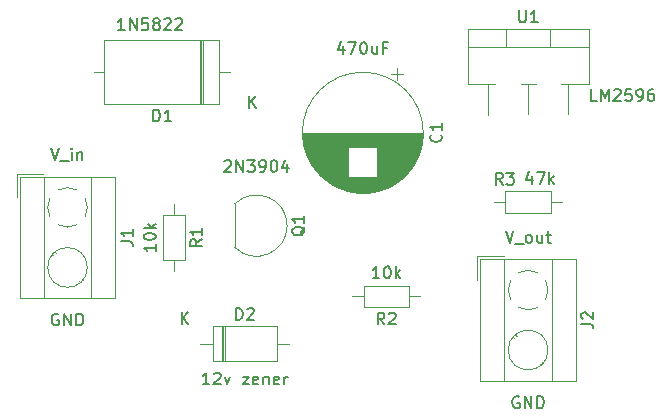
<source format=gbr>
%TF.GenerationSoftware,KiCad,Pcbnew,(6.0.2)*%
%TF.CreationDate,2022-08-07T03:32:02+03:00*%
%TF.ProjectId,LM2596_invertingBuck_5,4c4d3235-3936-45f6-996e-76657274696e,rev?*%
%TF.SameCoordinates,Original*%
%TF.FileFunction,Legend,Top*%
%TF.FilePolarity,Positive*%
%FSLAX46Y46*%
G04 Gerber Fmt 4.6, Leading zero omitted, Abs format (unit mm)*
G04 Created by KiCad (PCBNEW (6.0.2)) date 2022-08-07 03:32:02*
%MOMM*%
%LPD*%
G01*
G04 APERTURE LIST*
%ADD10C,0.150000*%
%ADD11C,0.120000*%
G04 APERTURE END LIST*
D10*
X134095238Y-87452380D02*
X134428571Y-88452380D01*
X134761904Y-87452380D01*
X134857142Y-88547619D02*
X135619047Y-88547619D01*
X136000000Y-88452380D02*
X135904761Y-88404761D01*
X135857142Y-88357142D01*
X135809523Y-88261904D01*
X135809523Y-87976190D01*
X135857142Y-87880952D01*
X135904761Y-87833333D01*
X136000000Y-87785714D01*
X136142857Y-87785714D01*
X136238095Y-87833333D01*
X136285714Y-87880952D01*
X136333333Y-87976190D01*
X136333333Y-88261904D01*
X136285714Y-88357142D01*
X136238095Y-88404761D01*
X136142857Y-88452380D01*
X136000000Y-88452380D01*
X137190476Y-87785714D02*
X137190476Y-88452380D01*
X136761904Y-87785714D02*
X136761904Y-88309523D01*
X136809523Y-88404761D01*
X136904761Y-88452380D01*
X137047619Y-88452380D01*
X137142857Y-88404761D01*
X137190476Y-88357142D01*
X137523809Y-87785714D02*
X137904761Y-87785714D01*
X137666666Y-87452380D02*
X137666666Y-88309523D01*
X137714285Y-88404761D01*
X137809523Y-88452380D01*
X137904761Y-88452380D01*
X135238095Y-101500000D02*
X135142857Y-101452380D01*
X135000000Y-101452380D01*
X134857142Y-101500000D01*
X134761904Y-101595238D01*
X134714285Y-101690476D01*
X134666666Y-101880952D01*
X134666666Y-102023809D01*
X134714285Y-102214285D01*
X134761904Y-102309523D01*
X134857142Y-102404761D01*
X135000000Y-102452380D01*
X135095238Y-102452380D01*
X135238095Y-102404761D01*
X135285714Y-102357142D01*
X135285714Y-102023809D01*
X135095238Y-102023809D01*
X135714285Y-102452380D02*
X135714285Y-101452380D01*
X136285714Y-102452380D01*
X136285714Y-101452380D01*
X136761904Y-102452380D02*
X136761904Y-101452380D01*
X137000000Y-101452380D01*
X137142857Y-101500000D01*
X137238095Y-101595238D01*
X137285714Y-101690476D01*
X137333333Y-101880952D01*
X137333333Y-102023809D01*
X137285714Y-102214285D01*
X137238095Y-102309523D01*
X137142857Y-102404761D01*
X137000000Y-102452380D01*
X136761904Y-102452380D01*
X95595238Y-80452380D02*
X95928571Y-81452380D01*
X96261904Y-80452380D01*
X96357142Y-81547619D02*
X97119047Y-81547619D01*
X97357142Y-81452380D02*
X97357142Y-80785714D01*
X97357142Y-80452380D02*
X97309523Y-80500000D01*
X97357142Y-80547619D01*
X97404761Y-80500000D01*
X97357142Y-80452380D01*
X97357142Y-80547619D01*
X97833333Y-80785714D02*
X97833333Y-81452380D01*
X97833333Y-80880952D02*
X97880952Y-80833333D01*
X97976190Y-80785714D01*
X98119047Y-80785714D01*
X98214285Y-80833333D01*
X98261904Y-80928571D01*
X98261904Y-81452380D01*
X96238095Y-94500000D02*
X96142857Y-94452380D01*
X96000000Y-94452380D01*
X95857142Y-94500000D01*
X95761904Y-94595238D01*
X95714285Y-94690476D01*
X95666666Y-94880952D01*
X95666666Y-95023809D01*
X95714285Y-95214285D01*
X95761904Y-95309523D01*
X95857142Y-95404761D01*
X96000000Y-95452380D01*
X96095238Y-95452380D01*
X96238095Y-95404761D01*
X96285714Y-95357142D01*
X96285714Y-95023809D01*
X96095238Y-95023809D01*
X96714285Y-95452380D02*
X96714285Y-94452380D01*
X97285714Y-95452380D01*
X97285714Y-94452380D01*
X97761904Y-95452380D02*
X97761904Y-94452380D01*
X98000000Y-94452380D01*
X98142857Y-94500000D01*
X98238095Y-94595238D01*
X98285714Y-94690476D01*
X98333333Y-94880952D01*
X98333333Y-95023809D01*
X98285714Y-95214285D01*
X98238095Y-95309523D01*
X98142857Y-95404761D01*
X98000000Y-95452380D01*
X97761904Y-95452380D01*
X123404761Y-91452380D02*
X122833333Y-91452380D01*
X123119047Y-91452380D02*
X123119047Y-90452380D01*
X123023809Y-90595238D01*
X122928571Y-90690476D01*
X122833333Y-90738095D01*
X124023809Y-90452380D02*
X124119047Y-90452380D01*
X124214285Y-90500000D01*
X124261904Y-90547619D01*
X124309523Y-90642857D01*
X124357142Y-90833333D01*
X124357142Y-91071428D01*
X124309523Y-91261904D01*
X124261904Y-91357142D01*
X124214285Y-91404761D01*
X124119047Y-91452380D01*
X124023809Y-91452380D01*
X123928571Y-91404761D01*
X123880952Y-91357142D01*
X123833333Y-91261904D01*
X123785714Y-91071428D01*
X123785714Y-90833333D01*
X123833333Y-90642857D01*
X123880952Y-90547619D01*
X123928571Y-90500000D01*
X124023809Y-90452380D01*
X124785714Y-91452380D02*
X124785714Y-90452380D01*
X124880952Y-91071428D02*
X125166666Y-91452380D01*
X125166666Y-90785714D02*
X124785714Y-91166666D01*
X101857142Y-70452380D02*
X101285714Y-70452380D01*
X101571428Y-70452380D02*
X101571428Y-69452380D01*
X101476190Y-69595238D01*
X101380952Y-69690476D01*
X101285714Y-69738095D01*
X102285714Y-70452380D02*
X102285714Y-69452380D01*
X102857142Y-70452380D01*
X102857142Y-69452380D01*
X103809523Y-69452380D02*
X103333333Y-69452380D01*
X103285714Y-69928571D01*
X103333333Y-69880952D01*
X103428571Y-69833333D01*
X103666666Y-69833333D01*
X103761904Y-69880952D01*
X103809523Y-69928571D01*
X103857142Y-70023809D01*
X103857142Y-70261904D01*
X103809523Y-70357142D01*
X103761904Y-70404761D01*
X103666666Y-70452380D01*
X103428571Y-70452380D01*
X103333333Y-70404761D01*
X103285714Y-70357142D01*
X104428571Y-69880952D02*
X104333333Y-69833333D01*
X104285714Y-69785714D01*
X104238095Y-69690476D01*
X104238095Y-69642857D01*
X104285714Y-69547619D01*
X104333333Y-69500000D01*
X104428571Y-69452380D01*
X104619047Y-69452380D01*
X104714285Y-69500000D01*
X104761904Y-69547619D01*
X104809523Y-69642857D01*
X104809523Y-69690476D01*
X104761904Y-69785714D01*
X104714285Y-69833333D01*
X104619047Y-69880952D01*
X104428571Y-69880952D01*
X104333333Y-69928571D01*
X104285714Y-69976190D01*
X104238095Y-70071428D01*
X104238095Y-70261904D01*
X104285714Y-70357142D01*
X104333333Y-70404761D01*
X104428571Y-70452380D01*
X104619047Y-70452380D01*
X104714285Y-70404761D01*
X104761904Y-70357142D01*
X104809523Y-70261904D01*
X104809523Y-70071428D01*
X104761904Y-69976190D01*
X104714285Y-69928571D01*
X104619047Y-69880952D01*
X105190476Y-69547619D02*
X105238095Y-69500000D01*
X105333333Y-69452380D01*
X105571428Y-69452380D01*
X105666666Y-69500000D01*
X105714285Y-69547619D01*
X105761904Y-69642857D01*
X105761904Y-69738095D01*
X105714285Y-69880952D01*
X105142857Y-70452380D01*
X105761904Y-70452380D01*
X106142857Y-69547619D02*
X106190476Y-69500000D01*
X106285714Y-69452380D01*
X106523809Y-69452380D01*
X106619047Y-69500000D01*
X106666666Y-69547619D01*
X106714285Y-69642857D01*
X106714285Y-69738095D01*
X106666666Y-69880952D01*
X106095238Y-70452380D01*
X106714285Y-70452380D01*
X120357142Y-71785714D02*
X120357142Y-72452380D01*
X120119047Y-71404761D02*
X119880952Y-72119047D01*
X120500000Y-72119047D01*
X120785714Y-71452380D02*
X121452380Y-71452380D01*
X121023809Y-72452380D01*
X122023809Y-71452380D02*
X122119047Y-71452380D01*
X122214285Y-71500000D01*
X122261904Y-71547619D01*
X122309523Y-71642857D01*
X122357142Y-71833333D01*
X122357142Y-72071428D01*
X122309523Y-72261904D01*
X122261904Y-72357142D01*
X122214285Y-72404761D01*
X122119047Y-72452380D01*
X122023809Y-72452380D01*
X121928571Y-72404761D01*
X121880952Y-72357142D01*
X121833333Y-72261904D01*
X121785714Y-72071428D01*
X121785714Y-71833333D01*
X121833333Y-71642857D01*
X121880952Y-71547619D01*
X121928571Y-71500000D01*
X122023809Y-71452380D01*
X123214285Y-71785714D02*
X123214285Y-72452380D01*
X122785714Y-71785714D02*
X122785714Y-72309523D01*
X122833333Y-72404761D01*
X122928571Y-72452380D01*
X123071428Y-72452380D01*
X123166666Y-72404761D01*
X123214285Y-72357142D01*
X124023809Y-71928571D02*
X123690476Y-71928571D01*
X123690476Y-72452380D02*
X123690476Y-71452380D01*
X124166666Y-71452380D01*
X136309523Y-82785714D02*
X136309523Y-83452380D01*
X136071428Y-82404761D02*
X135833333Y-83119047D01*
X136452380Y-83119047D01*
X136738095Y-82452380D02*
X137404761Y-82452380D01*
X136976190Y-83452380D01*
X137785714Y-83452380D02*
X137785714Y-82452380D01*
X137880952Y-83071428D02*
X138166666Y-83452380D01*
X138166666Y-82785714D02*
X137785714Y-83166666D01*
X104452380Y-88595238D02*
X104452380Y-89166666D01*
X104452380Y-88880952D02*
X103452380Y-88880952D01*
X103595238Y-88976190D01*
X103690476Y-89071428D01*
X103738095Y-89166666D01*
X103452380Y-87976190D02*
X103452380Y-87880952D01*
X103500000Y-87785714D01*
X103547619Y-87738095D01*
X103642857Y-87690476D01*
X103833333Y-87642857D01*
X104071428Y-87642857D01*
X104261904Y-87690476D01*
X104357142Y-87738095D01*
X104404761Y-87785714D01*
X104452380Y-87880952D01*
X104452380Y-87976190D01*
X104404761Y-88071428D01*
X104357142Y-88119047D01*
X104261904Y-88166666D01*
X104071428Y-88214285D01*
X103833333Y-88214285D01*
X103642857Y-88166666D01*
X103547619Y-88119047D01*
X103500000Y-88071428D01*
X103452380Y-87976190D01*
X104452380Y-87214285D02*
X103452380Y-87214285D01*
X104071428Y-87119047D02*
X104452380Y-86833333D01*
X103785714Y-86833333D02*
X104166666Y-87214285D01*
X110285714Y-81547619D02*
X110333333Y-81500000D01*
X110428571Y-81452380D01*
X110666666Y-81452380D01*
X110761904Y-81500000D01*
X110809523Y-81547619D01*
X110857142Y-81642857D01*
X110857142Y-81738095D01*
X110809523Y-81880952D01*
X110238095Y-82452380D01*
X110857142Y-82452380D01*
X111285714Y-82452380D02*
X111285714Y-81452380D01*
X111857142Y-82452380D01*
X111857142Y-81452380D01*
X112238095Y-81452380D02*
X112857142Y-81452380D01*
X112523809Y-81833333D01*
X112666666Y-81833333D01*
X112761904Y-81880952D01*
X112809523Y-81928571D01*
X112857142Y-82023809D01*
X112857142Y-82261904D01*
X112809523Y-82357142D01*
X112761904Y-82404761D01*
X112666666Y-82452380D01*
X112380952Y-82452380D01*
X112285714Y-82404761D01*
X112238095Y-82357142D01*
X113333333Y-82452380D02*
X113523809Y-82452380D01*
X113619047Y-82404761D01*
X113666666Y-82357142D01*
X113761904Y-82214285D01*
X113809523Y-82023809D01*
X113809523Y-81642857D01*
X113761904Y-81547619D01*
X113714285Y-81500000D01*
X113619047Y-81452380D01*
X113428571Y-81452380D01*
X113333333Y-81500000D01*
X113285714Y-81547619D01*
X113238095Y-81642857D01*
X113238095Y-81880952D01*
X113285714Y-81976190D01*
X113333333Y-82023809D01*
X113428571Y-82071428D01*
X113619047Y-82071428D01*
X113714285Y-82023809D01*
X113761904Y-81976190D01*
X113809523Y-81880952D01*
X114428571Y-81452380D02*
X114523809Y-81452380D01*
X114619047Y-81500000D01*
X114666666Y-81547619D01*
X114714285Y-81642857D01*
X114761904Y-81833333D01*
X114761904Y-82071428D01*
X114714285Y-82261904D01*
X114666666Y-82357142D01*
X114619047Y-82404761D01*
X114523809Y-82452380D01*
X114428571Y-82452380D01*
X114333333Y-82404761D01*
X114285714Y-82357142D01*
X114238095Y-82261904D01*
X114190476Y-82071428D01*
X114190476Y-81833333D01*
X114238095Y-81642857D01*
X114285714Y-81547619D01*
X114333333Y-81500000D01*
X114428571Y-81452380D01*
X115619047Y-81785714D02*
X115619047Y-82452380D01*
X115380952Y-81404761D02*
X115142857Y-82119047D01*
X115761904Y-82119047D01*
X141833333Y-76452380D02*
X141357142Y-76452380D01*
X141357142Y-75452380D01*
X142166666Y-76452380D02*
X142166666Y-75452380D01*
X142500000Y-76166666D01*
X142833333Y-75452380D01*
X142833333Y-76452380D01*
X143261904Y-75547619D02*
X143309523Y-75500000D01*
X143404761Y-75452380D01*
X143642857Y-75452380D01*
X143738095Y-75500000D01*
X143785714Y-75547619D01*
X143833333Y-75642857D01*
X143833333Y-75738095D01*
X143785714Y-75880952D01*
X143214285Y-76452380D01*
X143833333Y-76452380D01*
X144738095Y-75452380D02*
X144261904Y-75452380D01*
X144214285Y-75928571D01*
X144261904Y-75880952D01*
X144357142Y-75833333D01*
X144595238Y-75833333D01*
X144690476Y-75880952D01*
X144738095Y-75928571D01*
X144785714Y-76023809D01*
X144785714Y-76261904D01*
X144738095Y-76357142D01*
X144690476Y-76404761D01*
X144595238Y-76452380D01*
X144357142Y-76452380D01*
X144261904Y-76404761D01*
X144214285Y-76357142D01*
X145261904Y-76452380D02*
X145452380Y-76452380D01*
X145547619Y-76404761D01*
X145595238Y-76357142D01*
X145690476Y-76214285D01*
X145738095Y-76023809D01*
X145738095Y-75642857D01*
X145690476Y-75547619D01*
X145642857Y-75500000D01*
X145547619Y-75452380D01*
X145357142Y-75452380D01*
X145261904Y-75500000D01*
X145214285Y-75547619D01*
X145166666Y-75642857D01*
X145166666Y-75880952D01*
X145214285Y-75976190D01*
X145261904Y-76023809D01*
X145357142Y-76071428D01*
X145547619Y-76071428D01*
X145642857Y-76023809D01*
X145690476Y-75976190D01*
X145738095Y-75880952D01*
X146595238Y-75452380D02*
X146404761Y-75452380D01*
X146309523Y-75500000D01*
X146261904Y-75547619D01*
X146166666Y-75690476D01*
X146119047Y-75880952D01*
X146119047Y-76261904D01*
X146166666Y-76357142D01*
X146214285Y-76404761D01*
X146309523Y-76452380D01*
X146500000Y-76452380D01*
X146595238Y-76404761D01*
X146642857Y-76357142D01*
X146690476Y-76261904D01*
X146690476Y-76023809D01*
X146642857Y-75928571D01*
X146595238Y-75880952D01*
X146500000Y-75833333D01*
X146309523Y-75833333D01*
X146214285Y-75880952D01*
X146166666Y-75928571D01*
X146119047Y-76023809D01*
X109023809Y-100452380D02*
X108452380Y-100452380D01*
X108738095Y-100452380D02*
X108738095Y-99452380D01*
X108642857Y-99595238D01*
X108547619Y-99690476D01*
X108452380Y-99738095D01*
X109404761Y-99547619D02*
X109452380Y-99500000D01*
X109547619Y-99452380D01*
X109785714Y-99452380D01*
X109880952Y-99500000D01*
X109928571Y-99547619D01*
X109976190Y-99642857D01*
X109976190Y-99738095D01*
X109928571Y-99880952D01*
X109357142Y-100452380D01*
X109976190Y-100452380D01*
X110309523Y-99785714D02*
X110547619Y-100452380D01*
X110785714Y-99785714D01*
X111833333Y-99785714D02*
X112357142Y-99785714D01*
X111833333Y-100452380D01*
X112357142Y-100452380D01*
X113119047Y-100404761D02*
X113023809Y-100452380D01*
X112833333Y-100452380D01*
X112738095Y-100404761D01*
X112690476Y-100309523D01*
X112690476Y-99928571D01*
X112738095Y-99833333D01*
X112833333Y-99785714D01*
X113023809Y-99785714D01*
X113119047Y-99833333D01*
X113166666Y-99928571D01*
X113166666Y-100023809D01*
X112690476Y-100119047D01*
X113595238Y-99785714D02*
X113595238Y-100452380D01*
X113595238Y-99880952D02*
X113642857Y-99833333D01*
X113738095Y-99785714D01*
X113880952Y-99785714D01*
X113976190Y-99833333D01*
X114023809Y-99928571D01*
X114023809Y-100452380D01*
X114880952Y-100404761D02*
X114785714Y-100452380D01*
X114595238Y-100452380D01*
X114500000Y-100404761D01*
X114452380Y-100309523D01*
X114452380Y-99928571D01*
X114500000Y-99833333D01*
X114595238Y-99785714D01*
X114785714Y-99785714D01*
X114880952Y-99833333D01*
X114928571Y-99928571D01*
X114928571Y-100023809D01*
X114452380Y-100119047D01*
X115357142Y-100452380D02*
X115357142Y-99785714D01*
X115357142Y-99976190D02*
X115404761Y-99880952D01*
X115452380Y-99833333D01*
X115547619Y-99785714D01*
X115642857Y-99785714D01*
%TO.C,U1*%
X135238095Y-68782380D02*
X135238095Y-69591904D01*
X135285714Y-69687142D01*
X135333333Y-69734761D01*
X135428571Y-69782380D01*
X135619047Y-69782380D01*
X135714285Y-69734761D01*
X135761904Y-69687142D01*
X135809523Y-69591904D01*
X135809523Y-68782380D01*
X136809523Y-69782380D02*
X136238095Y-69782380D01*
X136523809Y-69782380D02*
X136523809Y-68782380D01*
X136428571Y-68925238D01*
X136333333Y-69020476D01*
X136238095Y-69068095D01*
%TO.C,J2*%
X140512380Y-95328333D02*
X141226666Y-95328333D01*
X141369523Y-95375952D01*
X141464761Y-95471190D01*
X141512380Y-95614047D01*
X141512380Y-95709285D01*
X140607619Y-94899761D02*
X140560000Y-94852142D01*
X140512380Y-94756904D01*
X140512380Y-94518809D01*
X140560000Y-94423571D01*
X140607619Y-94375952D01*
X140702857Y-94328333D01*
X140798095Y-94328333D01*
X140940952Y-94375952D01*
X141512380Y-94947380D01*
X141512380Y-94328333D01*
%TO.C,Q1*%
X117107619Y-87095238D02*
X117060000Y-87190476D01*
X116964761Y-87285714D01*
X116821904Y-87428571D01*
X116774285Y-87523809D01*
X116774285Y-87619047D01*
X117012380Y-87571428D02*
X116964761Y-87666666D01*
X116869523Y-87761904D01*
X116679047Y-87809523D01*
X116345714Y-87809523D01*
X116155238Y-87761904D01*
X116060000Y-87666666D01*
X116012380Y-87571428D01*
X116012380Y-87380952D01*
X116060000Y-87285714D01*
X116155238Y-87190476D01*
X116345714Y-87142857D01*
X116679047Y-87142857D01*
X116869523Y-87190476D01*
X116964761Y-87285714D01*
X117012380Y-87380952D01*
X117012380Y-87571428D01*
X117012380Y-86190476D02*
X117012380Y-86761904D01*
X117012380Y-86476190D02*
X116012380Y-86476190D01*
X116155238Y-86571428D01*
X116250476Y-86666666D01*
X116298095Y-86761904D01*
%TO.C,R3*%
X133833333Y-83532380D02*
X133500000Y-83056190D01*
X133261904Y-83532380D02*
X133261904Y-82532380D01*
X133642857Y-82532380D01*
X133738095Y-82580000D01*
X133785714Y-82627619D01*
X133833333Y-82722857D01*
X133833333Y-82865714D01*
X133785714Y-82960952D01*
X133738095Y-83008571D01*
X133642857Y-83056190D01*
X133261904Y-83056190D01*
X134166666Y-82532380D02*
X134785714Y-82532380D01*
X134452380Y-82913333D01*
X134595238Y-82913333D01*
X134690476Y-82960952D01*
X134738095Y-83008571D01*
X134785714Y-83103809D01*
X134785714Y-83341904D01*
X134738095Y-83437142D01*
X134690476Y-83484761D01*
X134595238Y-83532380D01*
X134309523Y-83532380D01*
X134214285Y-83484761D01*
X134166666Y-83437142D01*
%TO.C,C1*%
X128607142Y-79298989D02*
X128654761Y-79346608D01*
X128702380Y-79489465D01*
X128702380Y-79584703D01*
X128654761Y-79727561D01*
X128559523Y-79822799D01*
X128464285Y-79870418D01*
X128273809Y-79918037D01*
X128130952Y-79918037D01*
X127940476Y-79870418D01*
X127845238Y-79822799D01*
X127750000Y-79727561D01*
X127702380Y-79584703D01*
X127702380Y-79489465D01*
X127750000Y-79346608D01*
X127797619Y-79298989D01*
X128702380Y-78346608D02*
X128702380Y-78918037D01*
X128702380Y-78632323D02*
X127702380Y-78632323D01*
X127845238Y-78727561D01*
X127940476Y-78822799D01*
X127988095Y-78918037D01*
%TO.C,J1*%
X101512380Y-88328333D02*
X102226666Y-88328333D01*
X102369523Y-88375952D01*
X102464761Y-88471190D01*
X102512380Y-88614047D01*
X102512380Y-88709285D01*
X102512380Y-87328333D02*
X102512380Y-87899761D01*
X102512380Y-87614047D02*
X101512380Y-87614047D01*
X101655238Y-87709285D01*
X101750476Y-87804523D01*
X101798095Y-87899761D01*
%TO.C,D1*%
X104261904Y-78172380D02*
X104261904Y-77172380D01*
X104500000Y-77172380D01*
X104642857Y-77220000D01*
X104738095Y-77315238D01*
X104785714Y-77410476D01*
X104833333Y-77600952D01*
X104833333Y-77743809D01*
X104785714Y-77934285D01*
X104738095Y-78029523D01*
X104642857Y-78124761D01*
X104500000Y-78172380D01*
X104261904Y-78172380D01*
X105785714Y-78172380D02*
X105214285Y-78172380D01*
X105500000Y-78172380D02*
X105500000Y-77172380D01*
X105404761Y-77315238D01*
X105309523Y-77410476D01*
X105214285Y-77458095D01*
X112358095Y-77052380D02*
X112358095Y-76052380D01*
X112929523Y-77052380D02*
X112500952Y-76480952D01*
X112929523Y-76052380D02*
X112358095Y-76623809D01*
%TO.C,R2*%
X123833333Y-95372380D02*
X123500000Y-94896190D01*
X123261904Y-95372380D02*
X123261904Y-94372380D01*
X123642857Y-94372380D01*
X123738095Y-94420000D01*
X123785714Y-94467619D01*
X123833333Y-94562857D01*
X123833333Y-94705714D01*
X123785714Y-94800952D01*
X123738095Y-94848571D01*
X123642857Y-94896190D01*
X123261904Y-94896190D01*
X124214285Y-94467619D02*
X124261904Y-94420000D01*
X124357142Y-94372380D01*
X124595238Y-94372380D01*
X124690476Y-94420000D01*
X124738095Y-94467619D01*
X124785714Y-94562857D01*
X124785714Y-94658095D01*
X124738095Y-94800952D01*
X124166666Y-95372380D01*
X124785714Y-95372380D01*
%TO.C,R1*%
X108372380Y-88166666D02*
X107896190Y-88500000D01*
X108372380Y-88738095D02*
X107372380Y-88738095D01*
X107372380Y-88357142D01*
X107420000Y-88261904D01*
X107467619Y-88214285D01*
X107562857Y-88166666D01*
X107705714Y-88166666D01*
X107800952Y-88214285D01*
X107848571Y-88261904D01*
X107896190Y-88357142D01*
X107896190Y-88738095D01*
X108372380Y-87214285D02*
X108372380Y-87785714D01*
X108372380Y-87500000D02*
X107372380Y-87500000D01*
X107515238Y-87595238D01*
X107610476Y-87690476D01*
X107658095Y-87785714D01*
%TO.C,D2*%
X111261904Y-94982380D02*
X111261904Y-93982380D01*
X111500000Y-93982380D01*
X111642857Y-94030000D01*
X111738095Y-94125238D01*
X111785714Y-94220476D01*
X111833333Y-94410952D01*
X111833333Y-94553809D01*
X111785714Y-94744285D01*
X111738095Y-94839523D01*
X111642857Y-94934761D01*
X111500000Y-94982380D01*
X111261904Y-94982380D01*
X112214285Y-94077619D02*
X112261904Y-94030000D01*
X112357142Y-93982380D01*
X112595238Y-93982380D01*
X112690476Y-94030000D01*
X112738095Y-94077619D01*
X112785714Y-94172857D01*
X112785714Y-94268095D01*
X112738095Y-94410952D01*
X112166666Y-94982380D01*
X112785714Y-94982380D01*
X106658095Y-95352380D02*
X106658095Y-94352380D01*
X107229523Y-95352380D02*
X106800952Y-94780952D01*
X107229523Y-94352380D02*
X106658095Y-94923809D01*
D11*
%TO.C,U1*%
X137850000Y-70330000D02*
X137850000Y-71839000D01*
X130879000Y-71839000D02*
X141120000Y-71839000D01*
X135365000Y-74971000D02*
X136635000Y-74971000D01*
X141120000Y-70330000D02*
X141120000Y-74971000D01*
X139400000Y-74971000D02*
X139400000Y-77585000D01*
X132600000Y-74971000D02*
X132600000Y-77601000D01*
X130879000Y-70330000D02*
X130879000Y-74971000D01*
X138765000Y-74971000D02*
X141120000Y-74971000D01*
X130879000Y-74971000D02*
X133235000Y-74971000D01*
X130879000Y-70330000D02*
X141120000Y-70330000D01*
X134150000Y-70330000D02*
X134150000Y-71839000D01*
X136000000Y-74971000D02*
X136000000Y-77585000D01*
%TO.C,J2*%
X134000000Y-89855000D02*
X134000000Y-100135000D01*
X131940000Y-89855000D02*
X131940000Y-100135000D01*
X140060000Y-100135000D02*
X131940000Y-100135000D01*
X134784000Y-96525000D02*
X134726000Y-96466000D01*
X137275000Y-98605000D02*
X137216000Y-98546000D01*
X138000000Y-89855000D02*
X138000000Y-100135000D01*
X135024000Y-96355000D02*
X134931000Y-96261000D01*
X131700000Y-89615000D02*
X131700000Y-91615000D01*
X140060000Y-89855000D02*
X140060000Y-100135000D01*
X133940000Y-89615000D02*
X131700000Y-89615000D01*
X137069000Y-98810000D02*
X136976000Y-98716000D01*
X140060000Y-89855000D02*
X131940000Y-89855000D01*
X134516000Y-91666000D02*
G75*
G03*
X134319550Y-92484383I1483995J-788998D01*
G01*
X135211000Y-93939000D02*
G75*
G03*
X136789089Y-93938953I789000J1483995D01*
G01*
X137484000Y-93244000D02*
G75*
G03*
X137483953Y-91665911I-1483995J789000D01*
G01*
X134320000Y-92455000D02*
G75*
G03*
X134516648Y-93243712I1679991J-2D01*
G01*
X136789000Y-90971000D02*
G75*
G03*
X135210911Y-90971047I-789000J-1483995D01*
G01*
X137680000Y-97535000D02*
G75*
G03*
X137680000Y-97535000I-1680000J0D01*
G01*
%TO.C,Q1*%
X111150000Y-85200000D02*
X111150000Y-88800000D01*
X111161522Y-88838478D02*
G75*
G03*
X115600000Y-87000000I1838478J1838478D01*
G01*
X115600001Y-87000000D02*
G75*
G03*
X111161522Y-85161522I-2600001J0D01*
G01*
%TO.C,R3*%
X134080000Y-84080000D02*
X134080000Y-85920000D01*
X134080000Y-85920000D02*
X137920000Y-85920000D01*
X137920000Y-84080000D02*
X134080000Y-84080000D01*
X138870000Y-85000000D02*
X137920000Y-85000000D01*
X133130000Y-85000000D02*
X134080000Y-85000000D01*
X137920000Y-85920000D02*
X137920000Y-84080000D01*
%TO.C,C1*%
X120759000Y-82373323D02*
X118075000Y-82373323D01*
X127073000Y-79412323D02*
X116927000Y-79412323D01*
X120759000Y-81373323D02*
X117436000Y-81373323D01*
X126768000Y-80893323D02*
X123241000Y-80893323D01*
X124037000Y-83813323D02*
X119963000Y-83813323D01*
X120759000Y-81293323D02*
X117397000Y-81293323D01*
X125156000Y-83133323D02*
X118844000Y-83133323D01*
X125640000Y-82693323D02*
X123241000Y-82693323D01*
X127004000Y-80013323D02*
X116996000Y-80013323D01*
X120759000Y-81853323D02*
X117702000Y-81853323D01*
X123846000Y-83893323D02*
X120154000Y-83893323D01*
X125561000Y-82773323D02*
X123241000Y-82773323D01*
X127050000Y-79692323D02*
X116950000Y-79692323D01*
X120759000Y-80773323D02*
X117189000Y-80773323D01*
X124945000Y-83293323D02*
X119055000Y-83293323D01*
X125000000Y-83253323D02*
X119000000Y-83253323D01*
X127079000Y-79252323D02*
X116921000Y-79252323D01*
X120759000Y-81453323D02*
X117475000Y-81453323D01*
X120759000Y-81573323D02*
X117538000Y-81573323D01*
X120759000Y-80813323D02*
X117203000Y-80813323D01*
X127058000Y-79612323D02*
X116942000Y-79612323D01*
X124125000Y-83773323D02*
X119875000Y-83773323D01*
X120759000Y-80653323D02*
X117150000Y-80653323D01*
X120759000Y-82733323D02*
X118399000Y-82733323D01*
X122862000Y-84173323D02*
X121138000Y-84173323D01*
X120759000Y-82773323D02*
X118439000Y-82773323D01*
X120759000Y-81093323D02*
X117310000Y-81093323D01*
X126323000Y-81813323D02*
X123241000Y-81813323D01*
X120759000Y-82533323D02*
X118211000Y-82533323D01*
X120759000Y-82133323D02*
X117890000Y-82133323D01*
X125824000Y-82493323D02*
X123241000Y-82493323D01*
X123510000Y-84013323D02*
X120490000Y-84013323D01*
X125206000Y-83093323D02*
X118794000Y-83093323D01*
X124645000Y-83493323D02*
X119355000Y-83493323D01*
X124579000Y-83533323D02*
X119421000Y-83533323D01*
X120759000Y-81133323D02*
X117326000Y-81133323D01*
X126138000Y-82093323D02*
X123241000Y-82093323D01*
X125989000Y-82293323D02*
X123241000Y-82293323D01*
X124510000Y-83573323D02*
X119490000Y-83573323D01*
X125301000Y-83013323D02*
X118699000Y-83013323D01*
X120759000Y-80493323D02*
X117103000Y-80493323D01*
X125957000Y-82333323D02*
X123241000Y-82333323D01*
X120759000Y-80853323D02*
X117217000Y-80853323D01*
X120759000Y-80693323D02*
X117163000Y-80693323D01*
X126221000Y-81973323D02*
X123241000Y-81973323D01*
X125753000Y-82573323D02*
X123241000Y-82573323D01*
X125054000Y-83213323D02*
X118946000Y-83213323D01*
X120759000Y-80893323D02*
X117232000Y-80893323D01*
X126194000Y-82013323D02*
X123241000Y-82013323D01*
X120759000Y-80613323D02*
X117138000Y-80613323D01*
X126462000Y-81573323D02*
X123241000Y-81573323D01*
X126947000Y-80293323D02*
X117053000Y-80293323D01*
X127078000Y-79292323D02*
X116922000Y-79292323D01*
X120759000Y-81053323D02*
X117293000Y-81053323D01*
X126674000Y-81133323D02*
X123241000Y-81133323D01*
X124709000Y-83453323D02*
X119291000Y-83453323D01*
X123630000Y-83973323D02*
X120370000Y-83973323D01*
X120759000Y-82693323D02*
X118360000Y-82693323D01*
X126110000Y-82133323D02*
X123241000Y-82133323D01*
X126997000Y-80053323D02*
X117003000Y-80053323D01*
X124439000Y-83613323D02*
X119561000Y-83613323D01*
X120759000Y-80973323D02*
X117262000Y-80973323D01*
X120759000Y-81893323D02*
X117727000Y-81893323D01*
X120759000Y-81733323D02*
X117629000Y-81733323D01*
X126050000Y-82213323D02*
X123241000Y-82213323D01*
X126298000Y-81853323D02*
X123241000Y-81853323D01*
X120759000Y-81173323D02*
X117343000Y-81173323D01*
X120759000Y-82013323D02*
X117806000Y-82013323D01*
X120759000Y-82613323D02*
X118284000Y-82613323D01*
X126657000Y-81173323D02*
X123241000Y-81173323D01*
X123742000Y-83933323D02*
X120258000Y-83933323D01*
X126483000Y-81533323D02*
X123241000Y-81533323D01*
X120759000Y-80413323D02*
X117082000Y-80413323D01*
X126783000Y-80853323D02*
X123241000Y-80853323D01*
X120759000Y-81973323D02*
X117779000Y-81973323D01*
X125892000Y-82413323D02*
X123241000Y-82413323D01*
X120759000Y-81813323D02*
X117677000Y-81813323D01*
X127018000Y-79933323D02*
X116982000Y-79933323D01*
X120759000Y-81493323D02*
X117496000Y-81493323D01*
X125679000Y-82653323D02*
X123241000Y-82653323D01*
X127080000Y-79172323D02*
X116920000Y-79172323D01*
X120759000Y-82213323D02*
X117950000Y-82213323D01*
X120759000Y-81013323D02*
X117277000Y-81013323D01*
X127035000Y-79812323D02*
X116965000Y-79812323D01*
X120759000Y-81933323D02*
X117753000Y-81933323D01*
X125106000Y-83173323D02*
X118894000Y-83173323D01*
X126824000Y-80733323D02*
X123241000Y-80733323D01*
X120759000Y-82293323D02*
X118011000Y-82293323D01*
X126166000Y-82053323D02*
X123241000Y-82053323D01*
X120759000Y-81613323D02*
X117560000Y-81613323D01*
X125716000Y-82613323D02*
X123241000Y-82613323D01*
X126850000Y-80653323D02*
X123241000Y-80653323D01*
X126417000Y-81653323D02*
X123241000Y-81653323D01*
X127062000Y-79572323D02*
X116938000Y-79572323D01*
X124875000Y-73652677D02*
X124875000Y-74652677D01*
X126797000Y-80813323D02*
X123241000Y-80813323D01*
X126965000Y-80213323D02*
X117035000Y-80213323D01*
X124889000Y-83333323D02*
X119111000Y-83333323D01*
X127054000Y-79652323D02*
X116946000Y-79652323D01*
X120759000Y-82853323D02*
X118522000Y-82853323D01*
X125601000Y-82733323D02*
X123241000Y-82733323D01*
X126874000Y-80573323D02*
X123241000Y-80573323D01*
X126918000Y-80413323D02*
X123241000Y-80413323D01*
X127045000Y-79732323D02*
X116955000Y-79732323D01*
X126525000Y-81453323D02*
X123241000Y-81453323D01*
X120759000Y-82333323D02*
X118043000Y-82333323D01*
X124770000Y-83413323D02*
X119230000Y-83413323D01*
X126938000Y-80333323D02*
X117062000Y-80333323D01*
X120759000Y-81773323D02*
X117653000Y-81773323D01*
X126811000Y-80773323D02*
X123241000Y-80773323D01*
X126990000Y-80093323D02*
X117010000Y-80093323D01*
X126545000Y-81413323D02*
X123241000Y-81413323D01*
X120759000Y-80733323D02*
X117176000Y-80733323D01*
X122599000Y-84213323D02*
X121401000Y-84213323D01*
X126273000Y-81893323D02*
X123241000Y-81893323D01*
X126862000Y-80613323D02*
X123241000Y-80613323D01*
X126440000Y-81613323D02*
X123241000Y-81613323D01*
X127065000Y-79532323D02*
X116935000Y-79532323D01*
X127030000Y-79853323D02*
X116970000Y-79853323D01*
X120759000Y-81653323D02*
X117583000Y-81653323D01*
X125436000Y-82893323D02*
X118564000Y-82893323D01*
X126982000Y-80133323D02*
X117018000Y-80133323D01*
X125478000Y-82853323D02*
X123241000Y-82853323D01*
X126690000Y-81093323D02*
X123241000Y-81093323D01*
X126504000Y-81493323D02*
X123241000Y-81493323D01*
X126928000Y-80373323D02*
X117072000Y-80373323D01*
X127075000Y-79372323D02*
X116925000Y-79372323D01*
X120759000Y-82493323D02*
X118176000Y-82493323D01*
X120759000Y-80533323D02*
X117115000Y-80533323D01*
X127070000Y-79452323D02*
X116930000Y-79452323D01*
X127011000Y-79973323D02*
X116989000Y-79973323D01*
X125254000Y-83053323D02*
X118746000Y-83053323D01*
X125375000Y-74152677D02*
X124375000Y-74152677D01*
X127024000Y-79893323D02*
X116976000Y-79893323D01*
X120759000Y-82813323D02*
X118480000Y-82813323D01*
X120759000Y-82253323D02*
X117980000Y-82253323D01*
X126395000Y-81693323D02*
X123241000Y-81693323D01*
X127068000Y-79492323D02*
X116932000Y-79492323D01*
X124365000Y-83653323D02*
X119635000Y-83653323D01*
X124830000Y-83373323D02*
X119170000Y-83373323D01*
X126080000Y-82173323D02*
X123241000Y-82173323D01*
X126584000Y-81333323D02*
X123241000Y-81333323D01*
X126564000Y-81373323D02*
X123241000Y-81373323D01*
X120759000Y-81213323D02*
X117361000Y-81213323D01*
X120759000Y-81693323D02*
X117605000Y-81693323D01*
X120759000Y-81413323D02*
X117455000Y-81413323D01*
X126974000Y-80173323D02*
X117026000Y-80173323D01*
X120759000Y-82413323D02*
X118108000Y-82413323D01*
X126371000Y-81733323D02*
X123241000Y-81733323D01*
X126837000Y-80693323D02*
X123241000Y-80693323D01*
X125858000Y-82453323D02*
X123241000Y-82453323D01*
X123230000Y-84093323D02*
X120770000Y-84093323D01*
X125520000Y-82813323D02*
X123241000Y-82813323D01*
X123944000Y-83853323D02*
X120056000Y-83853323D01*
X125789000Y-82533323D02*
X123241000Y-82533323D01*
X126621000Y-81253323D02*
X123241000Y-81253323D01*
X124209000Y-83733323D02*
X119791000Y-83733323D01*
X123062000Y-84133323D02*
X120938000Y-84133323D01*
X120759000Y-82653323D02*
X118321000Y-82653323D01*
X123378000Y-84053323D02*
X120622000Y-84053323D01*
X126723000Y-81013323D02*
X123241000Y-81013323D01*
X126956000Y-80253323D02*
X117044000Y-80253323D01*
X125392000Y-82933323D02*
X118608000Y-82933323D01*
X126020000Y-82253323D02*
X123241000Y-82253323D01*
X126907000Y-80453323D02*
X123241000Y-80453323D01*
X120759000Y-82453323D02*
X118142000Y-82453323D01*
X120759000Y-82093323D02*
X117862000Y-82093323D01*
X126897000Y-80493323D02*
X123241000Y-80493323D01*
X126707000Y-81053323D02*
X123241000Y-81053323D01*
X127080000Y-79132323D02*
X116920000Y-79132323D01*
X120759000Y-82053323D02*
X117834000Y-82053323D01*
X120759000Y-80933323D02*
X117246000Y-80933323D01*
X127080000Y-79212323D02*
X116920000Y-79212323D01*
X125347000Y-82973323D02*
X118653000Y-82973323D01*
X120759000Y-82173323D02*
X117920000Y-82173323D01*
X126754000Y-80933323D02*
X123241000Y-80933323D01*
X127040000Y-79772323D02*
X116960000Y-79772323D01*
X120759000Y-82573323D02*
X118247000Y-82573323D01*
X126347000Y-81773323D02*
X123241000Y-81773323D01*
X126603000Y-81293323D02*
X123241000Y-81293323D01*
X124289000Y-83693323D02*
X119711000Y-83693323D01*
X120759000Y-81253323D02*
X117379000Y-81253323D01*
X126639000Y-81213323D02*
X123241000Y-81213323D01*
X127077000Y-79332323D02*
X116923000Y-79332323D01*
X126247000Y-81933323D02*
X123241000Y-81933323D01*
X120759000Y-80573323D02*
X117126000Y-80573323D01*
X125925000Y-82373323D02*
X123241000Y-82373323D01*
X126738000Y-80973323D02*
X123241000Y-80973323D01*
X126885000Y-80533323D02*
X123241000Y-80533323D01*
X120759000Y-80453323D02*
X117093000Y-80453323D01*
X120759000Y-81533323D02*
X117517000Y-81533323D01*
X120759000Y-81333323D02*
X117416000Y-81333323D01*
X127120000Y-79132323D02*
G75*
G03*
X127120000Y-79132323I-5120000J0D01*
G01*
%TO.C,J1*%
X96024000Y-89355000D02*
X95931000Y-89261000D01*
X99000000Y-82855000D02*
X99000000Y-93135000D01*
X94940000Y-82615000D02*
X92700000Y-82615000D01*
X92700000Y-82615000D02*
X92700000Y-84615000D01*
X98069000Y-91810000D02*
X97976000Y-91716000D01*
X92940000Y-82855000D02*
X92940000Y-93135000D01*
X98275000Y-91605000D02*
X98216000Y-91546000D01*
X101060000Y-82855000D02*
X101060000Y-93135000D01*
X101060000Y-93135000D02*
X92940000Y-93135000D01*
X101060000Y-82855000D02*
X92940000Y-82855000D01*
X95784000Y-89525000D02*
X95726000Y-89466000D01*
X95000000Y-82855000D02*
X95000000Y-93135000D01*
X98484000Y-86244000D02*
G75*
G03*
X98483953Y-84665911I-1483995J789000D01*
G01*
X96211000Y-86939000D02*
G75*
G03*
X97789089Y-86938953I789000J1483995D01*
G01*
X97789000Y-83971000D02*
G75*
G03*
X96210911Y-83971047I-789000J-1483995D01*
G01*
X95516000Y-84666000D02*
G75*
G03*
X95319550Y-85484383I1483995J-788998D01*
G01*
X95320000Y-85455000D02*
G75*
G03*
X95516648Y-86243712I1679991J-2D01*
G01*
X98680000Y-90535000D02*
G75*
G03*
X98680000Y-90535000I-1680000J0D01*
G01*
%TO.C,D1*%
X108325000Y-76720000D02*
X108325000Y-71280000D01*
X108445000Y-76720000D02*
X108445000Y-71280000D01*
X108205000Y-76720000D02*
X108205000Y-71280000D01*
X110780000Y-74000000D02*
X109870000Y-74000000D01*
X109870000Y-76720000D02*
X109870000Y-71280000D01*
X100130000Y-76720000D02*
X109870000Y-76720000D01*
X100130000Y-71280000D02*
X100130000Y-76720000D01*
X109870000Y-71280000D02*
X100130000Y-71280000D01*
X99220000Y-74000000D02*
X100130000Y-74000000D01*
%TO.C,R2*%
X125920000Y-92080000D02*
X122080000Y-92080000D01*
X121130000Y-93000000D02*
X122080000Y-93000000D01*
X122080000Y-92080000D02*
X122080000Y-93920000D01*
X125920000Y-93920000D02*
X125920000Y-92080000D01*
X122080000Y-93920000D02*
X125920000Y-93920000D01*
X126870000Y-93000000D02*
X125920000Y-93000000D01*
%TO.C,R1*%
X106920000Y-89920000D02*
X106920000Y-86080000D01*
X105080000Y-89920000D02*
X106920000Y-89920000D01*
X105080000Y-86080000D02*
X105080000Y-89920000D01*
X106000000Y-85130000D02*
X106000000Y-86080000D01*
X106920000Y-86080000D02*
X105080000Y-86080000D01*
X106000000Y-90870000D02*
X106000000Y-89920000D01*
%TO.C,D2*%
X110180000Y-95530000D02*
X110180000Y-98470000D01*
X108260000Y-97000000D02*
X109280000Y-97000000D01*
X110060000Y-95530000D02*
X110060000Y-98470000D01*
X109280000Y-98470000D02*
X114720000Y-98470000D01*
X114720000Y-95530000D02*
X109280000Y-95530000D01*
X115740000Y-97000000D02*
X114720000Y-97000000D01*
X114720000Y-98470000D02*
X114720000Y-95530000D01*
X110300000Y-95530000D02*
X110300000Y-98470000D01*
X109280000Y-95530000D02*
X109280000Y-98470000D01*
%TD*%
M02*

</source>
